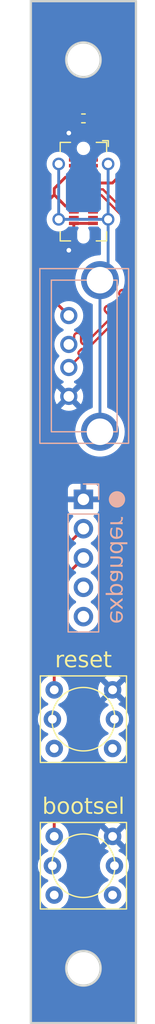
<source format=kicad_pcb>
(kicad_pcb (version 20221018) (generator pcbnew)
  (layers (0 "F.Cu" signal) (31 "B.Cu" signal) (34 "B.Paste" user) (35 "F.Paste" user) (36 "B.SilkS" user "B.Silkscreen") (37 "F.SilkS" user "F.Silkscreen") (38 "B.Mask" user) (39 "F.Mask" user) (44 "Edge.Cuts" user))
  (net 0 "")
  (net 1 "Earth")
  (net 2 "/RUN")
  (net 3 "/BOOTSEL")
  (net 4 "/I2C_SDA")
  (net 5 "/I2C_SCL")
  (net 6 "+5V")
  (net 7 "/USB_DN")
  (net 8 "/USB_DP")
  (net 9 "/SHIELD")
  (net 19 "Net-(P1-CC)")
  (footprint "Resistor_SMD:R_0402_1005Metric" (layer "F.Cu") (at 5.082 10.16)
    (fp_text reference "R1" hide)
    (fp_text value "56K")
    (fp_line (start -0.153641 -0.38) (end 0.153641 -0.38) (stroke (width 0.12)) (layer "F.SilkS"))
    (fp_line (start -0.153641 0.38) (end 0.153641 0.38) (stroke (width 0.12)) (layer "F.SilkS"))
    (pad "1" smd roundrect (at -0.51 0) (size 0.54 0.64) (layers "F.Cu" "F.Paste" "F.Mask") (net 6 "+5V"))
    (pad "2" smd roundrect (at 0.51 0) (size 0.54 0.64) (layers "F.Cu" "F.Paste" "F.Mask") (net 19 "Net-(P1-CC)"))
  )
  (footprint "Eurorack:PB01-109TL low Profile Illuminated Button" (layer "F.Cu") (at 5.08 62.23)
    (fp_text reference "SW2" hide)
    (fp_text value "SW_Push_LED")
    (fp_rect (start -3.75 -3.75) (end 3.75 3.75) (stroke (width 0.12)) (fill none) (layer "F.SilkS"))
    (fp_circle (center 0 0) (end 2.75 0) (stroke (width 0.12)) (fill none) (layer "F.SilkS"))
    (pad "1" thru_hole circle (at -2.54 -2.54) (size 1.524 1.524) (drill 0.762) (layers "*.Cu" "*.Mask") (net 2 "/RUN"))
    (pad "2" thru_hole circle (at -2.54 2.54) (size 1.524 1.524) (drill 0.762) (layers "*.Cu" "*.Mask"))
    (pad "3" thru_hole circle (at 2.54 -2.54) (size 1.524 1.524) (drill 0.762) (layers "*.Cu" "*.Mask") (net 1 "Earth"))
    (pad "4" thru_hole circle (at 2.54 2.54) (size 1.524 1.524) (drill 0.762) (layers "*.Cu" "*.Mask"))
    (pad "L1" thru_hole circle (at -2.7 0) (size 1.524 1.524) (drill 0.762) (layers "*.Cu" "*.Mask"))
    (pad "L2" thru_hole circle (at 2.7 0) (size 1.524 1.524) (drill 0.762) (layers "*.Cu" "*.Mask"))
  )
  (footprint "Eurorack:PB01-109TL low Profile Illuminated Button" (layer "F.Cu") (at 5.08 74.93)
    (fp_text reference "SW1" hide)
    (fp_text value "SW_Push_LED")
    (fp_rect (start -3.75 -3.75) (end 3.75 3.75) (stroke (width 0.12)) (fill none) (layer "F.SilkS"))
    (fp_circle (center 0 0) (end 2.75 0) (stroke (width 0.12)) (fill none) (layer "F.SilkS"))
    (pad "1" thru_hole circle (at -2.54 -2.54) (size 1.524 1.524) (drill 0.762) (layers "*.Cu" "*.Mask") (net 3 "/BOOTSEL"))
    (pad "2" thru_hole circle (at -2.54 2.54) (size 1.524 1.524) (drill 0.762) (layers "*.Cu" "*.Mask"))
    (pad "3" thru_hole circle (at 2.54 -2.54) (size 1.524 1.524) (drill 0.762) (layers "*.Cu" "*.Mask") (net 1 "Earth"))
    (pad "4" thru_hole circle (at 2.54 2.54) (size 1.524 1.524) (drill 0.762) (layers "*.Cu" "*.Mask"))
    (pad "L1" thru_hole circle (at -2.7 0) (size 1.524 1.524) (drill 0.762) (layers "*.Cu" "*.Mask"))
    (pad "L2" thru_hole circle (at 2.7 0) (size 1.524 1.524) (drill 0.762) (layers "*.Cu" "*.Mask"))
  )
  (footprint "Connector_USB:USB_C_Receptacle_GCT_USB4115-03-C" (layer "F.Cu") (at 5.08 16.51 -90)
    (fp_text reference "P1" hide)
    (fp_text value "USB_C_Plug_USB2.0")
    (fp_line (start -4.42 -2.17) (end -4.42 -1.67) (stroke (width 0.12)) (layer "F.SilkS"))
    (fp_line (start -4.42 -2.17) (end -3.92 -2.17) (stroke (width 0.12)) (layer "F.SilkS"))
    (fp_line (start -4.27 -2.02) (end -4.27 -1.12) (stroke (width 0.12)) (layer "F.SilkS"))
    (fp_line (start -4.27 -2.02) (end -3.47 -2.02) (stroke (width 0.12)) (layer "F.SilkS"))
    (fp_line (start -4.27 2.02) (end -4.27 1.12) (stroke (width 0.12)) (layer "F.SilkS"))
    (fp_line (start -4.27 2.02) (end -3.47 2.02) (stroke (width 0.12)) (layer "F.SilkS"))
    (fp_line (start 4.27 -2.02) (end 3.47 -2.02) (stroke (width 0.12)) (layer "F.SilkS"))
    (fp_line (start 4.27 -2.02) (end 4.27 -1.12) (stroke (width 0.12)) (layer "F.SilkS"))
    (fp_line (start 4.27 2.02) (end 3.47 2.02) (stroke (width 0.12)) (layer "F.SilkS"))
    (fp_line (start 4.27 2.02) (end 4.27 1.12) (stroke (width 0.12)) (layer "F.SilkS"))
    (pad "" np_thru_hole circle (at -3.75 0 270) (size 0.66 0.66) (drill 0.66) (layers "F&B.Cu" "*.Mask"))
    (pad "" np_thru_hole oval (at 3.75 0 270) (size 1 0.58) (drill oval 1 0.58) (layers "F&B.Cu" "*.Mask"))
    (pad "A1" smd rect (at -2.75 -0.835 270) (size 0.3 0.85) (layers "F.Cu" "F.Paste" "F.Mask") (net 1 "Earth"))
    (pad "A2" smd rect (at -2.25 -0.835 270) (size 0.3 0.85) (layers "F.Cu" "F.Paste" "F.Mask"))
    (pad "A3" smd rect (at -1.75 -0.835 270) (size 0.3 0.85) (layers "F.Cu" "F.Paste" "F.Mask"))
    (pad "A4" smd rect (at -1.25 -0.835 270) (size 0.3 0.85) (layers "F.Cu" "F.Paste" "F.Mask") (net 6 "+5V"))
    (pad "A5" smd rect (at -0.75 -0.835 270) (size 0.3 0.85) (layers "F.Cu" "F.Paste" "F.Mask") (net 19 "Net-(P1-CC)"))
    (pad "A6" smd rect (at -0.25 -0.835 270) (size 0.3 0.85) (layers "F.Cu" "F.Paste" "F.Mask") (net 8 "/USB_DP"))
    (pad "A7" smd rect (at 0.25 -0.835 270) (size 0.3 0.85) (layers "F.Cu" "F.Paste" "F.Mask") (net 7 "/USB_DN"))
    (pad "A8" smd rect (at 0.75 -0.835 270) (size 0.3 0.85) (layers "F.Cu" "F.Paste" "F.Mask"))
    (pad "A9" smd rect (at 1.25 -0.835 270) (size 0.3 0.85) (layers "F.Cu" "F.Paste" "F.Mask") (net 6 "+5V"))
    (pad "A10" smd rect (at 1.75 -0.835 270) (size 0.3 0.85) (layers "F.Cu" "F.Paste" "F.Mask"))
    (pad "A11" smd rect (at 2.25 -0.835 270) (size 0.3 0.85) (layers "F.Cu" "F.Paste" "F.Mask"))
    (pad "A12" smd rect (at 2.75 -0.835 270) (size 0.3 0.85) (layers "F.Cu" "F.Paste" "F.Mask") (net 1 "Earth"))
    (pad "B1" smd rect (at 2.75 0.835 270) (size 0.3 0.85) (layers "F.Cu" "F.Paste" "F.Mask") (net 1 "Earth"))
    (pad "B2" smd rect (at 2.25 0.835 270) (size 0.3 0.85) (layers "F.Cu" "F.Paste" "F.Mask"))
    (pad "B3" smd rect (at 1.75 0.835 270) (size 0.3 0.85) (layers "F.Cu" "F.Paste" "F.Mask"))
    (pad "B4" smd rect (at 1.25 0.835 270) (size 0.3 0.85) (layers "F.Cu" "F.Paste" "F.Mask") (net 6 "+5V"))
    (pad "B5" smd rect (at 0.75 0.835 270) (size 0.3 0.85) (layers "F.Cu" "F.Paste" "F.Mask"))
    (pad "B6" smd rect (at 0.25 0.835 270) (size 0.3 0.85) (layers "F.Cu" "F.Paste" "F.Mask"))
    (pad "B7" smd rect (at -0.25 0.835 270) (size 0.3 0.85) (layers "F.Cu" "F.Paste" "F.Mask"))
    (pad "B8" smd rect (at -0.75 0.835 270) (size 0.3 0.85) (layers "F.Cu" "F.Paste" "F.Mask"))
    (pad "B9" smd rect (at -1.25 0.835 270) (size 0.3 0.85) (layers "F.Cu" "F.Paste" "F.Mask") (net 6 "+5V"))
    (pad "B10" smd rect (at -1.75 0.835 270) (size 0.3 0.85) (layers "F.Cu" "F.Paste" "F.Mask"))
    (pad "B11" smd rect (at -2.25 0.835 270) (size 0.3 0.85) (layers "F.Cu" "F.Paste" "F.Mask"))
    (pad "B12" smd rect (at -2.75 0.835 270) (size 0.3 0.85) (layers "F.Cu" "F.Paste" "F.Mask") (net 1 "Earth"))
    (pad "S1" thru_hole circle (at -2.4 -2.15 270) (size 1.1 1.1) (drill 0.7) (layers "*.Cu" "*.Mask" "F.Paste") (net 9 "/SHIELD"))
    (pad "S1" thru_hole circle (at -2.4 2.15 270) (size 1.1 1.1) (drill 0.7) (layers "*.Cu" "*.Mask" "F.Paste") (net 9 "/SHIELD"))
    (pad "S1" thru_hole circle (at 2.4 -2.15 270) (size 1.1 1.1) (drill 0.7) (layers "*.Cu" "*.Mask" "F.Paste") (net 9 "/SHIELD"))
    (pad "S1" thru_hole circle (at 2.4 2.15 270) (size 1.1 1.1) (drill 0.7) (layers "*.Cu" "*.Mask" "F.Paste") (net 9 "/SHIELD"))
  )
  (footprint "Connector_PinHeader_2.54mm:PinHeader_1x05_P2.54mm_Vertical" (layer "B.Cu") (at 5.08 43.18 180)
    (fp_text reference "J1" hide)
    (fp_text value "Conn_01x05_Pin")
    (fp_line (start -1.33 -11.49) (end 1.33 -11.49) (stroke (width 0.12)) (layer "B.SilkS"))
    (fp_line (start -1.33 -1.27) (end -1.33 -11.49) (stroke (width 0.12)) (layer "B.SilkS"))
    (fp_line (start -1.33 -1.27) (end 1.33 -1.27) (stroke (width 0.12)) (layer "B.SilkS"))
    (fp_line (start -1.33 0) (end -1.33 1.33) (stroke (width 0.12)) (layer "B.SilkS"))
    (fp_line (start -1.33 1.33) (end 0 1.33) (stroke (width 0.12)) (layer "B.SilkS"))
    (fp_line (start 1.33 -1.27) (end 1.33 -11.49) (stroke (width 0.12)) (layer "B.SilkS"))
    (pad "1" thru_hole rect (at 0 0 180) (size 1.7 1.7) (drill 1) (layers "*.Cu" "*.Mask") (net 1 "Earth"))
    (pad "2" thru_hole oval (at 0 -2.54 180) (size 1.7 1.7) (drill 1) (layers "*.Cu" "*.Mask") (net 2 "/RUN"))
    (pad "3" thru_hole oval (at 0 -5.08 180) (size 1.7 1.7) (drill 1) (layers "*.Cu" "*.Mask") (net 3 "/BOOTSEL"))
    (pad "4" thru_hole oval (at 0 -7.62 180) (size 1.7 1.7) (drill 1) (layers "*.Cu" "*.Mask") (net 4 "/I2C_SDA"))
    (pad "5" thru_hole oval (at 0 -10.16 180) (size 1.7 1.7) (drill 1) (layers "*.Cu" "*.Mask") (net 5 "/I2C_SCL"))
  )
  (footprint "Eurorack:CN22155 USB 2.0 Female Connector" (layer "B.Cu") (at 6.52 24.18 -90)
    (fp_text reference "J2" hide)
    (fp_text value "USB_A")
    (fp_rect (start -1 5.23) (end 14.14 -2.49) (stroke (width 0.12)) (fill none) (layer "B.SilkS"))
    (fp_rect (start 0 4.23) (end 13.14 -1.49) (stroke (width 0.12)) (fill none) (layer "B.SilkS"))
    (pad "1" thru_hole circle (at 3.07 2.71 270) (size 1.5 1.5) (drill 0.92) (layers "*.Cu" "*.Mask") (net 6 "+5V"))
    (pad "2" thru_hole circle (at 5.57 2.71 270) (size 1.5 1.5) (drill 0.92) (layers "*.Cu" "*.Mask") (net 7 "/USB_DN"))
    (pad "3" thru_hole circle (at 7.57 2.71 270) (size 1.5 1.5) (drill 0.92) (layers "*.Cu" "*.Mask") (net 8 "/USB_DP"))
    (pad "4" thru_hole circle (at 10.07 2.71 270) (size 1.5 1.5) (drill 0.92) (layers "*.Cu" "*.Mask") (net 1 "Earth"))
    (pad "5" thru_hole circle (at 0 0 270) (size 3.3 3.3) (drill 2.3) (layers "*.Cu" "*.Mask") (net 9 "/SHIELD"))
    (pad "5" thru_hole circle (at 13.14 0 270) (size 3.3 3.3) (drill 2.3) (layers "*.Cu" "*.Mask") (net 9 "/SHIELD"))
  )
  (gr_circle (center 8.001 43.18) (end 8.001 43.815) (stroke (width 0.15)) (fill solid) (layer "B.SilkS"))
  (gr_circle (center 5.08 83.82) (end 6.58 83.82) (stroke (width 0.2)) (fill none) (layer "Edge.Cuts"))
  (gr_circle (center 5.08 5.08) (end 6.58 5.08) (stroke (width 0.2)) (fill none) (layer "Edge.Cuts"))
  (gr_rect (start 0.508 0) (end 9.652 88.57) (stroke (width 0.2)) (fill none) (layer "Edge.Cuts"))
  (gr_text "expander" (at 8.001 53.975 -90) (layer "B.SilkS") (effects (font (size 1.4 1.4) (thickness 0.25)) (justify left mirror)))
  (gr_text "bootsel" (at 5.08 69.85) (layer "F.SilkS") (effects (font (size 1.4 1.4) (thickness 0.25))))
  (gr_text "reset" (at 5.08 57.15) (layer "F.SilkS") (effects (font (size 1.4 1.4) (thickness 0.25))))
  (segment (start 5.915 13.76) (end 4.245 13.76) (width 0.25) (layer "F.Cu") (net 1))
  (segment (start 4.245 19.26) (end 5.915 19.26) (width 0.25) (layer "F.Cu") (net 1))
  (segment (start 4.245 19.26) (end 4.245 21.155) (width 0.25) (layer "F.Cu") (net 1))
  (segment (start 4.245 11.865) (end 3.81 11.43) (width 0.25) (layer "F.Cu") (net 1))
  (segment (start 4.245 13.76) (end 4.245 11.865) (width 0.25) (layer "F.Cu") (net 1))
  (segment (start 4.245 21.155) (end 3.81 21.59) (width 0.25) (layer "F.Cu") (net 1))
  (via (at 3.81 21.59) (size 0.8) (drill 0.4) (layers "F.Cu" "B.Cu") (net 1))
  (via (at 3.81 11.43) (size 0.8) (drill 0.4) (layers "F.Cu" "B.Cu") (net 1))
  (segment (start 2.54 48.265) (end 5.08 45.725) (width 0.25) (layer "F.Cu") (net 2))
  (segment (start 2.54 59.69) (end 2.54 48.265) (width 0.25) (layer "F.Cu") (net 2))
  (segment (start 2.99 50.355) (end 5.08 48.265) (width 0.25) (layer "F.Cu") (net 3))
  (segment (start 5.08 57.15) (end 2.99 55.06) (width 0.25) (layer "F.Cu") (net 3))
  (segment (start 2.99 55.06) (end 2.99 50.355) (width 0.25) (layer "F.Cu") (net 3))
  (segment (start 5.08 64.77) (end 5.08 57.15) (width 0.25) (layer "F.Cu") (net 3))
  (segment (start 2.54 72.39) (end 2.54 67.31) (width 0.25) (layer "F.Cu") (net 3))
  (segment (start 2.54 67.31) (end 5.08 64.77) (width 0.25) (layer "F.Cu") (net 3))
  (segment (start 5.915 15.26) (end 4.245 15.26) (width 0.25) (layer "F.Cu") (net 6))
  (segment (start 4.245 17.76) (end 5.915 17.76) (width 0.25) (layer "F.Cu") (net 6))
  (segment (start 1.524 17.796) (end 1.524 24.964) (width 0.25) (layer "F.Cu") (net 6))
  (segment (start 1.524 24.964) (end 3.81 27.25) (width 0.25) (layer "F.Cu") (net 6))
  (segment (start 3.52 15.26) (end 2.54 16.24) (width 0.25) (layer "F.Cu") (net 6))
  (segment (start 4.572 10.16) (end 4.054695 10.16) (width 0.25) (layer "F.Cu") (net 6))
  (segment (start 4.054695 10.16) (end 1.524 12.690695) (width 0.25) (layer "F.Cu") (net 6))
  (segment (start 3.52 17.76) (end 4.245 17.76) (width 0.25) (layer "F.Cu") (net 6))
  (segment (start 1.524 12.690695) (end 1.524 18.034) (width 0.25) (layer "F.Cu") (net 6))
  (segment (start 2.54 16.24) (end 2.54 16.78) (width 0.25) (layer "F.Cu") (net 6))
  (segment (start 4.245 15.26) (end 3.52 15.26) (width 0.25) (layer "F.Cu") (net 6))
  (segment (start 2.54 16.78) (end 2.055 17.265) (width 0.25) (layer "F.Cu") (net 6))
  (segment (start 2.54 16.78) (end 3.52 17.76) (width 0.25) (layer "F.Cu") (net 6))
  (segment (start 2.055 17.265) (end 1.524 17.796) (width 0.25) (layer "F.Cu") (net 6))
  (segment (start 8.998 25.925603) (end 8.150331 26.773273) (width 0.2) (layer "F.Cu") (net 7))
  (segment (start 7.443225 26.490431) (end 7.443225 26.490432) (width 0.2) (layer "F.Cu") (net 7))
  (segment (start 5.915 16.76) (end 5.915 16.81) (width 0.2) (layer "F.Cu") (net 7))
  (segment (start 3.973603 29.75) (end 3.81 29.75) (width 0.2) (layer "F.Cu") (net 7))
  (segment (start 6.64 16.81) (end 8.998 19.168) (width 0.2) (layer "F.Cu") (net 7))
  (segment (start 4.873603 29.45) (end 4.873603 29.05) (width 0.2) (layer "F.Cu") (net 7))
  (segment (start 5.915 16.81) (end 6.64 16.81) (width 0.2) (layer "F.Cu") (net 7))
  (segment (start 7.018959 26.914696) (end 7.301801 27.197538) (width 0.2) (layer "F.Cu") (net 7))
  (segment (start 7.301801 27.621802) (end 7.301798 27.621802) (width 0.2) (layer "F.Cu") (net 7))
  (segment (start 8.998 19.168) (end 8.998 24.525606) (width 0.2) (layer "F.Cu") (net 7))
  (segment (start 7.301798 27.621802) (end 5.173603 29.75) (width 0.2) (layer "F.Cu") (net 7))
  (segment (start 8.498005 25.625603) (end 8.698005 25.625603) (width 0.2) (layer "F.Cu") (net 7))
  (segment (start 8.150331 26.773273) (end 8.150332 26.773274) (width 0.2) (layer "F.Cu") (net 7))
  (segment (start 4.273603 29.05) (end 4.273603 29.45) (width 0.2) (layer "F.Cu") (net 7))
  (segment (start 7.726068 26.773274) (end 7.443225 26.490431) (width 0.2) (layer "F.Cu") (net 7))
  (arc (start 7.443225 26.490432) (mid 7.231093 26.402563) (end 7.018959 26.490432) (width 0.2) (layer "F.Cu") (net 7))
  (arc (start 7.018959 26.490432) (mid 6.931091 26.702564) (end 7.018959 26.914696) (width 0.2) (layer "F.Cu") (net 7))
  (arc (start 4.273603 29.45) (mid 4.185735 29.662132) (end 3.973603 29.75) (width 0.2) (layer "F.Cu") (net 7))
  (arc (start 8.998 24.525606) (mid 8.851554 24.879157) (end 8.497995 25.025603) (width 0.2) (layer "F.Cu") (net 7))
  (arc (start 7.301801 27.197538) (mid 7.389669 27.40967) (end 7.301801 27.621802) (width 0.2) (layer "F.Cu") (net 7))
  (arc (start 8.150332 26.773274) (mid 7.9382 26.861142) (end 7.726068 26.773274) (width 0.2) (layer "F.Cu") (net 7))
  (arc (start 8.198 25.325603) (mid 8.28587 25.537735) (end 8.498005 25.625603) (width 0.2) (layer "F.Cu") (net 7))
  (arc (start 8.698005 25.625603) (mid 8.910135 25.713471) (end 8.998 25.925603) (width 0.2) (layer "F.Cu") (net 7))
  (arc (start 4.573603 28.75) (mid 4.361471 28.837868) (end 4.273603 29.05) (width 0.2) (layer "F.Cu") (net 7))
  (arc (start 4.873603 29.05) (mid 4.785735 28.837868) (end 4.573603 28.75) (width 0.2) (layer "F.Cu") (net 7))
  (arc (start 8.497995 25.025603) (mid 8.285865 25.113471) (end 8.198 25.325603) (width 0.2) (layer "F.Cu") (net 7))
  (arc (start 5.173603 29.75) (mid 4.961471 29.662132) (end 4.873603 29.45) (width 0.2) (layer "F.Cu") (net 7))
  (segment (start 5.123265 30.189248) (end 5.123266 30.189249) (width 0.2) (layer "F.Cu") (net 8))
  (segment (start 8.283849 28.266116) (end 8.000999 27.983266) (width 0.2) (layer "F.Cu") (net 8))
  (segment (start 8.000999 27.983266) (end 8.001 27.983266) (width 0.2) (layer "F.Cu") (net 8))
  (segment (start 3.81 31.75) (end 4.699 30.861) (width 0.2) (layer "F.Cu") (net 8))
  (segment (start 5.370754 30.189249) (end 6.858 28.702) (width 0.2) (layer "F.Cu") (net 8))
  (segment (start 5.965 16.31) (end 5.915 16.26) (width 0.2) (layer "F.Cu") (net 8))
  (segment (start 4.699002 30.366025) (end 4.699 30.366026) (width 0.2) (layer "F.Cu") (net 8))
  (segment (start 4.699 30.613514) (end 4.699001 30.613512) (width 0.2) (layer "F.Cu") (net 8))
  (segment (start 9.398 26.162) (end 9.398 18.931631) (width 0.2) (layer "F.Cu") (net 8))
  (segment (start 5.370753 30.18925) (end 5.370754 30.189249) (width 0.2) (layer "F.Cu") (net 8))
  (segment (start 4.699 30.366026) (end 4.875778 30.189249) (width 0.2) (layer "F.Cu") (net 8))
  (segment (start 8.001 27.559) (end 9.398 26.162) (width 0.2) (layer "F.Cu") (net 8))
  (segment (start 6.858 28.702) (end 7.152472 28.407531) (width 0.2) (layer "F.Cu") (net 8))
  (segment (start 6.776369 16.31) (end 5.965 16.31) (width 0.2) (layer "F.Cu") (net 8))
  (segment (start 9.398 18.931631) (end 6.776369 16.31) (width 0.2) (layer "F.Cu") (net 8))
  (segment (start 7.576736 28.407531) (end 7.859578 28.690373) (width 0.2) (layer "F.Cu") (net 8))
  (arc (start 5.123266 30.189249) (mid 5.247009 30.240506) (end 5.370753 30.18925) (width 0.2) (layer "F.Cu") (net 8))
  (arc (start 7.859578 28.690373) (mid 8.07171 28.778241) (end 8.283842 28.690373) (width 0.2) (layer "F.Cu") (net 8))
  (arc (start 4.699001 30.613512) (mid 4.647745 30.489768) (end 4.699002 30.366025) (width 0.2) (layer "F.Cu") (net 8))
  (arc (start 4.875778 30.189249) (mid 4.999521 30.137992) (end 5.123265 30.189248) (width 0.2) (layer "F.Cu") (net 8))
  (arc (start 8.283842 28.690373) (mid 8.371714 28.478242) (end 8.283849 28.266116) (width 0.2) (layer "F.Cu") (net 8))
  (arc (start 8.001 27.983266) (mid 7.913131 27.771134) (end 8.001 27.559) (width 0.2) (layer "F.Cu") (net 8))
  (arc (start 4.699 30.861) (mid 4.750257 30.737256) (end 4.699 30.613514) (width 0.2) (layer "F.Cu") (net 8))
  (arc (start 7.152472 28.407531) (mid 7.364604 28.319663) (end 7.576736 28.407531) (width 0.2) (layer "F.Cu") (net 8))
  (segment (start 6.52 24.18) (end 6.52 37.32) (width 0.25) (layer "B.Cu") (net 9))
  (segment (start 2.93 18.91) (end 7.23 18.91) (width 0.25) (layer "B.Cu") (net 9))
  (segment (start 7.23 14.11) (end 7.23 18.91) (width 0.25) (layer "B.Cu") (net 9))
  (segment (start 2.93 14.11) (end 2.93 18.91) (width 0.25) (layer "B.Cu") (net 9))
  (segment (start 7.23 18.91) (end 7.23 23.47) (width 0.25) (layer "B.Cu") (net 9))
  (segment (start 7.23 23.47) (end 6.52 24.18) (width 0.25) (layer "B.Cu") (net 9))
  (segment (start 8.636 12.192) (end 8.636 14.732) (width 0.25) (layer "F.Cu") (net 19))
  (segment (start 7.608 15.76) (end 5.915 15.76) (width 0.25) (layer "F.Cu") (net 19))
  (segment (start 8.636 14.732) (end 7.608 15.76) (width 0.25) (layer "F.Cu") (net 19))
  (segment (start 6.604 10.16) (end 8.636 12.192) (width 0.25) (layer "F.Cu") (net 19))
  (segment (start 5.592 10.16) (end 6.604 10.16) (width 0.25) (layer "F.Cu") (net 19))
  (zone (net 1) (net_name "Earth") (layer "B.Cu") (connect_pads (clearance 0.5)) (min_thickness 0.25) (fill yes (thermal_gap 0.5) (thermal_bridge_width 0.5))
    (polygon (pts (xy 0 0) (xy 10.16 0) (xy 10.16 88.646) (xy 0 88.646)))
  )
)
</source>
